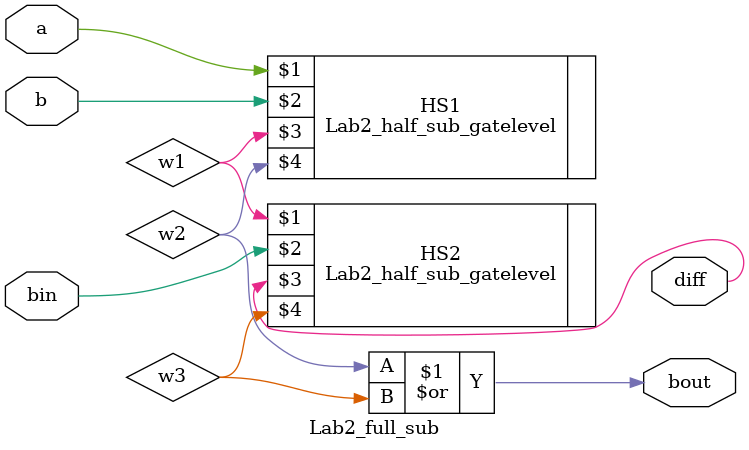
<source format=v>
module Lab2_full_sub(input a, b, bin, output diff, bout);
    wire w1, w2, w3;
    Lab2_half_sub_gatelevel HS1(a, b, w1, w2);
    Lab2_half_sub_gatelevel HS2(w1, bin, diff, w3);
    or #(2) g(bout, w2, w3);
endmodule
</source>
